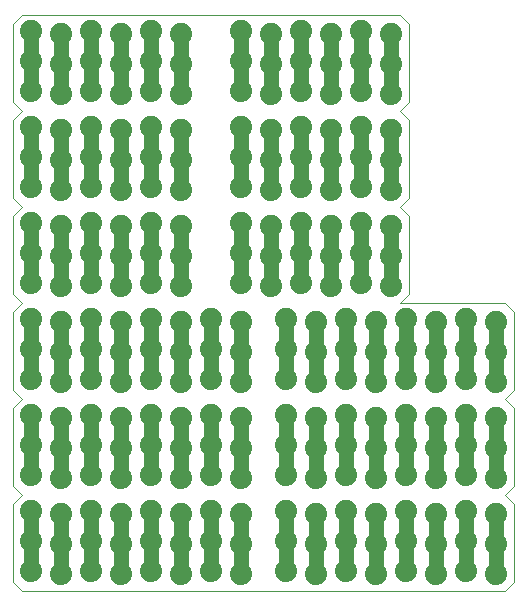
<source format=gtl>
G75*
G70*
%OFA0B0*%
%FSLAX24Y24*%
%IPPOS*%
%LPD*%
%AMOC8*
5,1,8,0,0,1.08239X$1,22.5*
%
%ADD10C,0.0000*%
%ADD11C,0.0740*%
%ADD12C,0.0500*%
D10*
X000180Y000480D02*
X000480Y000180D01*
X016580Y000180D01*
X016780Y000380D01*
X016880Y000480D01*
X016880Y003080D01*
X016580Y003380D01*
X016780Y003580D01*
X016880Y003680D01*
X016880Y006280D01*
X016580Y006580D01*
X016780Y006780D01*
X016880Y006880D01*
X016880Y009480D01*
X016580Y009780D01*
X013080Y009780D01*
X013380Y010080D01*
X013380Y012680D01*
X013080Y012980D01*
X013380Y013280D01*
X013380Y015880D01*
X013080Y016180D01*
X013380Y016480D01*
X013380Y019080D01*
X013080Y019380D01*
X000480Y019380D01*
X000180Y019080D01*
X000180Y016480D01*
X000480Y016180D01*
X000180Y015880D01*
X000180Y013280D01*
X000480Y012980D01*
X000180Y012680D01*
X000180Y010080D01*
X000480Y009780D01*
X000280Y009580D01*
X000180Y009480D01*
X000180Y006880D01*
X000480Y006580D01*
X000280Y006380D01*
X000180Y006280D01*
X000180Y003680D01*
X000480Y003380D01*
X000280Y003180D01*
X000180Y003080D01*
X000180Y000480D01*
D11*
X000780Y000830D03*
X000780Y001830D03*
X000780Y002830D03*
X001780Y002730D03*
X001780Y001730D03*
X001780Y000730D03*
X002780Y000830D03*
X002780Y001830D03*
X002780Y002830D03*
X003780Y002730D03*
X003780Y001730D03*
X003780Y000730D03*
X004780Y000830D03*
X004780Y001830D03*
X004780Y002830D03*
X005780Y002730D03*
X005780Y001730D03*
X005780Y000730D03*
X006780Y000830D03*
X006780Y001830D03*
X006780Y002830D03*
X007780Y002730D03*
X007780Y001730D03*
X007780Y000730D03*
X009280Y000830D03*
X009280Y001830D03*
X009280Y002830D03*
X010280Y002730D03*
X010280Y001730D03*
X010280Y000730D03*
X011280Y000830D03*
X011280Y001830D03*
X011280Y002830D03*
X012280Y002730D03*
X012280Y001730D03*
X012280Y000730D03*
X013280Y000830D03*
X013280Y001830D03*
X013280Y002830D03*
X014280Y002730D03*
X014280Y001730D03*
X014280Y000730D03*
X015280Y000830D03*
X015280Y001830D03*
X015280Y002830D03*
X016280Y002730D03*
X016280Y001730D03*
X016280Y000730D03*
X016280Y003930D03*
X016280Y004930D03*
X016280Y005930D03*
X015280Y006030D03*
X015280Y005030D03*
X015280Y004030D03*
X014280Y003930D03*
X014280Y004930D03*
X014280Y005930D03*
X013280Y006030D03*
X013280Y005030D03*
X013280Y004030D03*
X012280Y003930D03*
X012280Y004930D03*
X012280Y005930D03*
X011280Y006030D03*
X011280Y005030D03*
X011280Y004030D03*
X010280Y003930D03*
X010280Y004930D03*
X010280Y005930D03*
X009280Y006030D03*
X009280Y005030D03*
X009280Y004030D03*
X007780Y003930D03*
X007780Y004930D03*
X007780Y005930D03*
X006780Y006030D03*
X006780Y005030D03*
X006780Y004030D03*
X005780Y003930D03*
X005780Y004930D03*
X005780Y005930D03*
X004780Y006030D03*
X004780Y005030D03*
X004780Y004030D03*
X003780Y003930D03*
X003780Y004930D03*
X003780Y005930D03*
X002780Y006030D03*
X002780Y005030D03*
X002780Y004030D03*
X001780Y003930D03*
X001780Y004930D03*
X001780Y005930D03*
X000780Y006030D03*
X000780Y005030D03*
X000780Y004030D03*
X001780Y007130D03*
X001780Y008130D03*
X001780Y009130D03*
X000780Y009230D03*
X000780Y008230D03*
X000780Y007230D03*
X002780Y007230D03*
X002780Y008230D03*
X002780Y009230D03*
X003780Y009130D03*
X003780Y008130D03*
X003780Y007130D03*
X004780Y007230D03*
X004780Y008230D03*
X004780Y009230D03*
X005780Y009130D03*
X005780Y008130D03*
X005780Y007130D03*
X006780Y007230D03*
X006780Y008230D03*
X006780Y009230D03*
X007780Y009130D03*
X007780Y008130D03*
X007780Y007130D03*
X009280Y007230D03*
X009280Y008230D03*
X009280Y009230D03*
X010280Y009130D03*
X010280Y008130D03*
X010280Y007130D03*
X011280Y007230D03*
X011280Y008230D03*
X011280Y009230D03*
X012280Y009130D03*
X012280Y008130D03*
X012280Y007130D03*
X013280Y007230D03*
X013280Y008230D03*
X013280Y009230D03*
X014280Y009130D03*
X014280Y008130D03*
X014280Y007130D03*
X015280Y007230D03*
X015280Y008230D03*
X015280Y009230D03*
X016280Y009130D03*
X016280Y008130D03*
X016280Y007130D03*
X012780Y010330D03*
X012780Y011330D03*
X012780Y012330D03*
X011780Y012430D03*
X011780Y011430D03*
X011780Y010430D03*
X010780Y010330D03*
X010780Y011330D03*
X010780Y012330D03*
X009780Y012430D03*
X009780Y011430D03*
X009780Y010430D03*
X008780Y010330D03*
X008780Y011330D03*
X008780Y012330D03*
X007780Y012430D03*
X007780Y011430D03*
X007780Y010430D03*
X005780Y010330D03*
X005780Y011330D03*
X005780Y012330D03*
X004780Y012430D03*
X004780Y011430D03*
X004780Y010430D03*
X003780Y010330D03*
X003780Y011330D03*
X003780Y012330D03*
X002780Y012430D03*
X002780Y011430D03*
X002780Y010430D03*
X001780Y010330D03*
X001780Y011330D03*
X001780Y012330D03*
X000780Y012430D03*
X000780Y011430D03*
X000780Y010430D03*
X000780Y013630D03*
X000780Y014630D03*
X000780Y015630D03*
X001780Y015530D03*
X001780Y014530D03*
X001780Y013530D03*
X002780Y013630D03*
X002780Y014630D03*
X002780Y015630D03*
X003780Y015530D03*
X003780Y014530D03*
X003780Y013530D03*
X004780Y013630D03*
X004780Y014630D03*
X004780Y015630D03*
X005780Y015530D03*
X005780Y014530D03*
X005780Y013530D03*
X007780Y013630D03*
X007780Y014630D03*
X007780Y015630D03*
X008780Y015530D03*
X008780Y014530D03*
X008780Y013530D03*
X009780Y013630D03*
X009780Y014630D03*
X009780Y015630D03*
X010780Y015530D03*
X010780Y014530D03*
X010780Y013530D03*
X011780Y013630D03*
X011780Y014630D03*
X011780Y015630D03*
X012780Y015530D03*
X012780Y014530D03*
X012780Y013530D03*
X012780Y016730D03*
X012780Y017730D03*
X012780Y018730D03*
X011780Y018830D03*
X011780Y017830D03*
X011780Y016830D03*
X010780Y016730D03*
X010780Y017730D03*
X010780Y018730D03*
X009780Y018830D03*
X009780Y017830D03*
X009780Y016830D03*
X008780Y016730D03*
X008780Y017730D03*
X008780Y018730D03*
X007780Y018830D03*
X007780Y017830D03*
X007780Y016830D03*
X005780Y016730D03*
X005780Y017730D03*
X005780Y018730D03*
X004780Y018830D03*
X004780Y017830D03*
X004780Y016830D03*
X003780Y016730D03*
X003780Y017730D03*
X003780Y018730D03*
X002780Y018830D03*
X002780Y017830D03*
X002780Y016830D03*
X001780Y016730D03*
X001780Y017730D03*
X001780Y018730D03*
X000780Y018830D03*
X000780Y017830D03*
X000780Y016830D03*
D12*
X000780Y017830D01*
X000780Y018830D01*
X001780Y018730D02*
X001780Y017730D01*
X001780Y016730D01*
X002780Y016830D02*
X002780Y017830D01*
X002780Y018830D01*
X003780Y018730D02*
X003780Y017730D01*
X003780Y016730D01*
X004780Y016830D02*
X004780Y017830D01*
X004780Y018830D01*
X005780Y018730D02*
X005780Y017730D01*
X005780Y016730D01*
X005780Y015530D02*
X005780Y014530D01*
X005780Y013530D01*
X004780Y013630D02*
X004780Y014630D01*
X004780Y015630D01*
X003780Y015530D02*
X003780Y014530D01*
X003780Y013530D01*
X002780Y013630D02*
X002780Y014630D01*
X002780Y015630D01*
X001780Y015530D02*
X001780Y014530D01*
X001780Y013530D01*
X000780Y013630D02*
X000780Y014630D01*
X000780Y015630D01*
X000780Y012430D02*
X000780Y011430D01*
X000780Y010430D01*
X001780Y010330D02*
X001780Y011330D01*
X001780Y012330D01*
X002780Y012430D02*
X002780Y011430D01*
X002780Y010430D01*
X003780Y010330D02*
X003780Y011330D01*
X003780Y012330D01*
X004780Y012430D02*
X004780Y011430D01*
X004780Y010430D01*
X005780Y010330D02*
X005780Y011330D01*
X005780Y012330D01*
X007780Y012430D02*
X007780Y011430D01*
X007780Y010430D01*
X008780Y010330D02*
X008780Y011330D01*
X008780Y012330D01*
X009780Y012430D02*
X009780Y011430D01*
X009780Y010430D01*
X010780Y010330D02*
X010780Y011330D01*
X010780Y012330D01*
X011780Y012430D02*
X011780Y011430D01*
X011780Y010430D01*
X012780Y010330D02*
X012780Y011330D01*
X012780Y012330D01*
X012780Y013530D02*
X012780Y014530D01*
X012780Y015530D01*
X011780Y015630D02*
X011780Y014630D01*
X011780Y013630D01*
X010780Y013530D02*
X010780Y014530D01*
X010780Y015530D01*
X009780Y015630D02*
X009780Y014630D01*
X009780Y013630D01*
X008780Y013530D02*
X008780Y014530D01*
X008780Y015530D01*
X007780Y015630D02*
X007780Y014630D01*
X007780Y013630D01*
X007780Y016830D02*
X007780Y017830D01*
X007780Y018830D01*
X008780Y018730D02*
X008780Y017730D01*
X008780Y016730D01*
X009780Y016830D02*
X009780Y017830D01*
X009780Y018830D01*
X010780Y018730D02*
X010780Y017730D01*
X010780Y016730D01*
X011780Y016830D02*
X011780Y017830D01*
X011780Y018830D01*
X012780Y018730D02*
X012780Y017730D01*
X012780Y016730D01*
X013280Y009230D02*
X013280Y008230D01*
X013280Y007230D01*
X012280Y007130D02*
X012280Y008130D01*
X012280Y009130D01*
X011280Y009230D02*
X011280Y008230D01*
X011280Y007230D01*
X010280Y007130D02*
X010280Y008130D01*
X010280Y009130D01*
X009280Y009230D02*
X009280Y008230D01*
X009280Y007230D01*
X009280Y006030D02*
X009280Y005030D01*
X009280Y004030D01*
X010280Y003930D02*
X010280Y004930D01*
X010280Y005930D01*
X011280Y006030D02*
X011280Y005030D01*
X011280Y004030D01*
X012280Y003930D02*
X012280Y004930D01*
X012280Y005930D01*
X013280Y006030D02*
X013280Y005030D01*
X013280Y004030D01*
X014280Y003930D02*
X014280Y004930D01*
X014280Y005930D01*
X015280Y006030D02*
X015280Y005030D01*
X015280Y004030D01*
X016280Y003930D02*
X016280Y004930D01*
X016280Y005930D01*
X016280Y007130D02*
X016280Y008130D01*
X016280Y009130D01*
X015280Y009230D02*
X015280Y008230D01*
X015280Y007230D01*
X014280Y007130D02*
X014280Y008130D01*
X014280Y009130D01*
X013280Y002830D02*
X013280Y001830D01*
X013280Y000830D01*
X012280Y000730D02*
X012280Y001730D01*
X012280Y002730D01*
X011280Y002830D02*
X011280Y001830D01*
X011280Y000830D01*
X010280Y000730D02*
X010280Y001730D01*
X010280Y002730D01*
X009280Y002830D02*
X009280Y001830D01*
X009280Y000830D01*
X007780Y000680D02*
X007780Y002780D01*
X006780Y002880D02*
X006780Y000780D01*
X005780Y000780D02*
X005780Y002780D01*
X004780Y002780D02*
X004780Y000780D01*
X003780Y000680D02*
X003780Y002780D01*
X002780Y002780D02*
X002780Y000780D01*
X001780Y000780D02*
X001780Y002780D01*
X000780Y002780D02*
X000780Y000780D01*
X000780Y003980D02*
X000780Y005980D01*
X001780Y005980D02*
X001780Y003980D01*
X002780Y003980D02*
X002780Y005980D01*
X003780Y005980D02*
X003780Y003880D01*
X004780Y003980D02*
X004780Y005980D01*
X005780Y005980D02*
X005780Y003980D01*
X006780Y003980D02*
X006780Y006080D01*
X007780Y005980D02*
X007780Y003880D01*
X007780Y007080D02*
X007780Y009180D01*
X006780Y009280D02*
X006780Y007180D01*
X005780Y007180D02*
X005780Y009180D01*
X004780Y009180D02*
X004780Y007180D01*
X003780Y007080D02*
X003780Y009180D01*
X002780Y009180D02*
X002780Y007180D01*
X001780Y007180D02*
X001780Y009180D01*
X000780Y009180D02*
X000780Y007180D01*
X014280Y002730D02*
X014280Y001730D01*
X014280Y000730D01*
X015280Y000830D02*
X015280Y001830D01*
X015280Y002830D01*
X016280Y002730D02*
X016280Y001730D01*
X016280Y000730D01*
M02*

</source>
